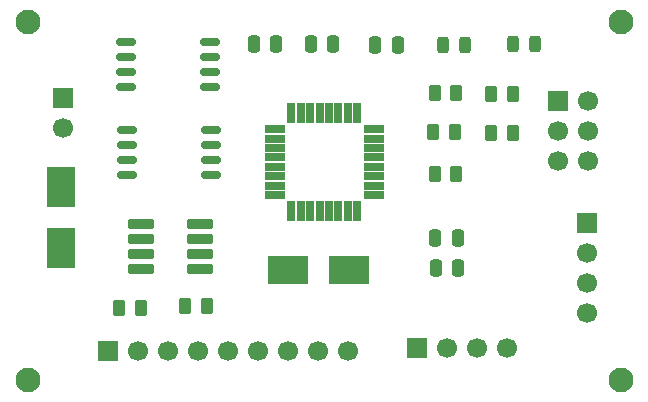
<source format=gbr>
%TF.GenerationSoftware,KiCad,Pcbnew,9.0.1*%
%TF.CreationDate,2025-07-02T13:22:09+05:30*%
%TF.ProjectId,4. MCU data logger,342e204d-4355-4206-9461-7461206c6f67,1*%
%TF.SameCoordinates,Original*%
%TF.FileFunction,Soldermask,Top*%
%TF.FilePolarity,Negative*%
%FSLAX46Y46*%
G04 Gerber Fmt 4.6, Leading zero omitted, Abs format (unit mm)*
G04 Created by KiCad (PCBNEW 9.0.1) date 2025-07-02 13:22:09*
%MOMM*%
%LPD*%
G01*
G04 APERTURE LIST*
G04 Aperture macros list*
%AMRoundRect*
0 Rectangle with rounded corners*
0 $1 Rounding radius*
0 $2 $3 $4 $5 $6 $7 $8 $9 X,Y pos of 4 corners*
0 Add a 4 corners polygon primitive as box body*
4,1,4,$2,$3,$4,$5,$6,$7,$8,$9,$2,$3,0*
0 Add four circle primitives for the rounded corners*
1,1,$1+$1,$2,$3*
1,1,$1+$1,$4,$5*
1,1,$1+$1,$6,$7*
1,1,$1+$1,$8,$9*
0 Add four rect primitives between the rounded corners*
20,1,$1+$1,$2,$3,$4,$5,0*
20,1,$1+$1,$4,$5,$6,$7,0*
20,1,$1+$1,$6,$7,$8,$9,0*
20,1,$1+$1,$8,$9,$2,$3,0*%
G04 Aperture macros list end*
%ADD10RoundRect,0.243750X-0.243750X-0.456250X0.243750X-0.456250X0.243750X0.456250X-0.243750X0.456250X0*%
%ADD11RoundRect,0.162500X-0.650000X-0.162500X0.650000X-0.162500X0.650000X0.162500X-0.650000X0.162500X0*%
%ADD12R,1.700000X1.700000*%
%ADD13C,1.700000*%
%ADD14RoundRect,0.094250X-0.742750X-0.282750X0.742750X-0.282750X0.742750X0.282750X-0.742750X0.282750X0*%
%ADD15RoundRect,0.094250X-0.282750X-0.742750X0.282750X-0.742750X0.282750X0.742750X-0.282750X0.742750X0*%
%ADD16C,2.100000*%
%ADD17RoundRect,0.250000X-0.250000X-0.475000X0.250000X-0.475000X0.250000X0.475000X-0.250000X0.475000X0*%
%ADD18RoundRect,0.250000X0.250000X0.475000X-0.250000X0.475000X-0.250000X-0.475000X0.250000X-0.475000X0*%
%ADD19RoundRect,0.250000X-0.262500X-0.450000X0.262500X-0.450000X0.262500X0.450000X-0.262500X0.450000X0*%
%ADD20RoundRect,0.250000X0.262500X0.450000X-0.262500X0.450000X-0.262500X-0.450000X0.262500X-0.450000X0*%
%ADD21R,2.400000X3.500000*%
%ADD22RoundRect,0.099250X-0.987750X-0.297750X0.987750X-0.297750X0.987750X0.297750X-0.987750X0.297750X0*%
%ADD23R,3.500000X2.400000*%
G04 APERTURE END LIST*
D10*
%TO.C,D2*%
X80416400Y-61315600D03*
X82291400Y-61315600D03*
%TD*%
D11*
%TO.C,U1*%
X53632600Y-68478400D03*
X53632600Y-69748400D03*
X53632600Y-71018400D03*
X53632600Y-72288400D03*
X60807600Y-72288400D03*
X60807600Y-71018400D03*
X60807600Y-69748400D03*
X60807600Y-68478400D03*
%TD*%
D12*
%TO.C,J4*%
X90170000Y-66040000D03*
D13*
X92710000Y-66040000D03*
X90170000Y-68580000D03*
X92710000Y-68580000D03*
X90170000Y-71120000D03*
X92710000Y-71120000D03*
%TD*%
D14*
%TO.C,U4*%
X66188000Y-68421600D03*
X66188000Y-69221600D03*
X66188000Y-70021600D03*
X66188000Y-70821600D03*
X66188000Y-71621600D03*
X66188000Y-72421600D03*
X66188000Y-73221600D03*
X66188000Y-74021600D03*
D15*
X67558000Y-75391600D03*
X68358000Y-75391600D03*
X69158000Y-75391600D03*
X69958000Y-75391600D03*
X70758000Y-75391600D03*
X71558000Y-75391600D03*
X72358000Y-75391600D03*
X73158000Y-75391600D03*
D14*
X74528000Y-74021600D03*
X74528000Y-73221600D03*
X74528000Y-72421600D03*
X74528000Y-71621600D03*
X74528000Y-70821600D03*
X74528000Y-70021600D03*
X74528000Y-69221600D03*
X74528000Y-68421600D03*
D15*
X73158000Y-67051600D03*
X72358000Y-67051600D03*
X71558000Y-67051600D03*
X70758000Y-67051600D03*
X69958000Y-67051600D03*
X69158000Y-67051600D03*
X68358000Y-67051600D03*
X67558000Y-67051600D03*
%TD*%
D16*
%TO.C,H1*%
X45262800Y-59334400D03*
%TD*%
%TO.C,H2*%
X95453200Y-59334400D03*
%TD*%
D10*
%TO.C,D1*%
X86336900Y-61214000D03*
X88211900Y-61214000D03*
%TD*%
D17*
%TO.C,C2*%
X79786400Y-80213200D03*
X81686400Y-80213200D03*
%TD*%
D11*
%TO.C,U2*%
X53531000Y-61061600D03*
X53531000Y-62331600D03*
X53531000Y-63601600D03*
X53531000Y-64871600D03*
X60706000Y-64871600D03*
X60706000Y-63601600D03*
X60706000Y-62331600D03*
X60706000Y-61061600D03*
%TD*%
D18*
%TO.C,C5*%
X76591200Y-61264800D03*
X74691200Y-61264800D03*
%TD*%
D19*
%TO.C,R4*%
X79709000Y-72186800D03*
X81534000Y-72186800D03*
%TD*%
D12*
%TO.C,J1*%
X92608400Y-76352400D03*
D13*
X92608400Y-78892400D03*
X92608400Y-81432400D03*
X92608400Y-83972400D03*
%TD*%
D19*
%TO.C,R5*%
X84484200Y-68732400D03*
X86309200Y-68732400D03*
%TD*%
D20*
%TO.C,R7*%
X81534000Y-65328800D03*
X79709000Y-65328800D03*
%TD*%
D19*
%TO.C,R6*%
X84482300Y-65430400D03*
X86307300Y-65430400D03*
%TD*%
D21*
%TO.C,Y1*%
X48107600Y-78486000D03*
X48107600Y-73286000D03*
%TD*%
D12*
%TO.C,J2*%
X78181200Y-86969600D03*
D13*
X80721200Y-86969600D03*
X83261200Y-86969600D03*
X85801200Y-86969600D03*
%TD*%
D16*
%TO.C,H4*%
X95453200Y-89662000D03*
%TD*%
D12*
%TO.C,BT1*%
X48209200Y-65786000D03*
D13*
X48209200Y-68326000D03*
%TD*%
D17*
%TO.C,C4*%
X79771200Y-77622400D03*
X81671200Y-77622400D03*
%TD*%
D22*
%TO.C,U5*%
X54878200Y-76428600D03*
X54878200Y-77698600D03*
X54878200Y-78968600D03*
X54878200Y-80238600D03*
X59828200Y-80238600D03*
X59828200Y-78968600D03*
X59828200Y-77698600D03*
X59828200Y-76428600D03*
%TD*%
D17*
%TO.C,C1*%
X64394000Y-61214000D03*
X66294000Y-61214000D03*
%TD*%
D19*
%TO.C,R2*%
X58574300Y-83413600D03*
X60399300Y-83413600D03*
%TD*%
D12*
%TO.C,J3*%
X52070000Y-87172800D03*
D13*
X54610000Y-87172800D03*
X57150000Y-87172800D03*
X59690000Y-87172800D03*
X62230000Y-87172800D03*
X64770000Y-87172800D03*
X67310000Y-87172800D03*
X69850000Y-87172800D03*
X72390000Y-87172800D03*
%TD*%
D17*
%TO.C,C3*%
X69204800Y-61214000D03*
X71104800Y-61214000D03*
%TD*%
D23*
%TO.C,Y2*%
X72450000Y-80365600D03*
X67250000Y-80365600D03*
%TD*%
D19*
%TO.C,R3*%
X79607400Y-68681600D03*
X81432400Y-68681600D03*
%TD*%
D20*
%TO.C,R1*%
X54811300Y-83566000D03*
X52986300Y-83566000D03*
%TD*%
D16*
%TO.C,H3*%
X45262800Y-89662000D03*
%TD*%
M02*

</source>
